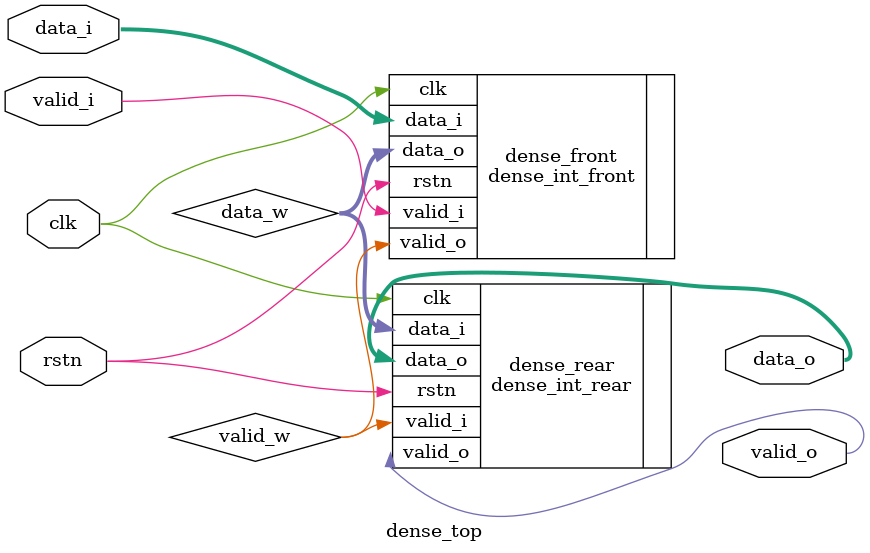
<source format=v>
module dense_top #(
	parameter	DATA_WIDTH	= 8,
	parameter	NUMI_ONCE = 3*8
) (
	input									clk,
	input									rstn,
	input	[DATA_WIDTH*NUMI_ONCE-1:0	]	data_i,
	input									valid_i,
	output	[DATA_WIDTH*7-1:0			]	data_o,
	output									valid_o
);

wire	[DATA_WIDTH-1:0				]	data_w;
wire									valid_w;

dense_int_front #(
	.BIASFILE	(	"mini_dense0_bias.txt"		),
	.KERNELFILE	(	"mini_dense0_kernel.txt"	),
	.H			(	3							),
	.W			(	3							),
	.D			(	12							),
	.B			(	64							),
	.DATA_WIDTH	(	DATA_WIDTH					)
) dense_front (
	.clk		(	clk							),
	.rstn		(	rstn						),
	.valid_i	(	valid_i						),
	.data_i		(	data_i						),
	.data_o		(	data_w						),
	.valid_o	(	valid_w						)
);

dense_int_rear #(
	.BIASFILE	(	"mini_dense1_bias.txt"		),
	.KERNELFILE	(	"mini_dense1_kernel.txt"	),
	.D			(	64 							),
	.B			(	7							),
	.DATA_WIDTH	(	DATA_WIDTH					)
) dense_rear (
	.clk		(	clk							),
	.rstn		(	rstn						),
	.valid_i	(	valid_w						),
	.data_i		(	data_w						),
	.data_o		(	data_o						),
	.valid_o	(	valid_o						)
);

endmodule
</source>
